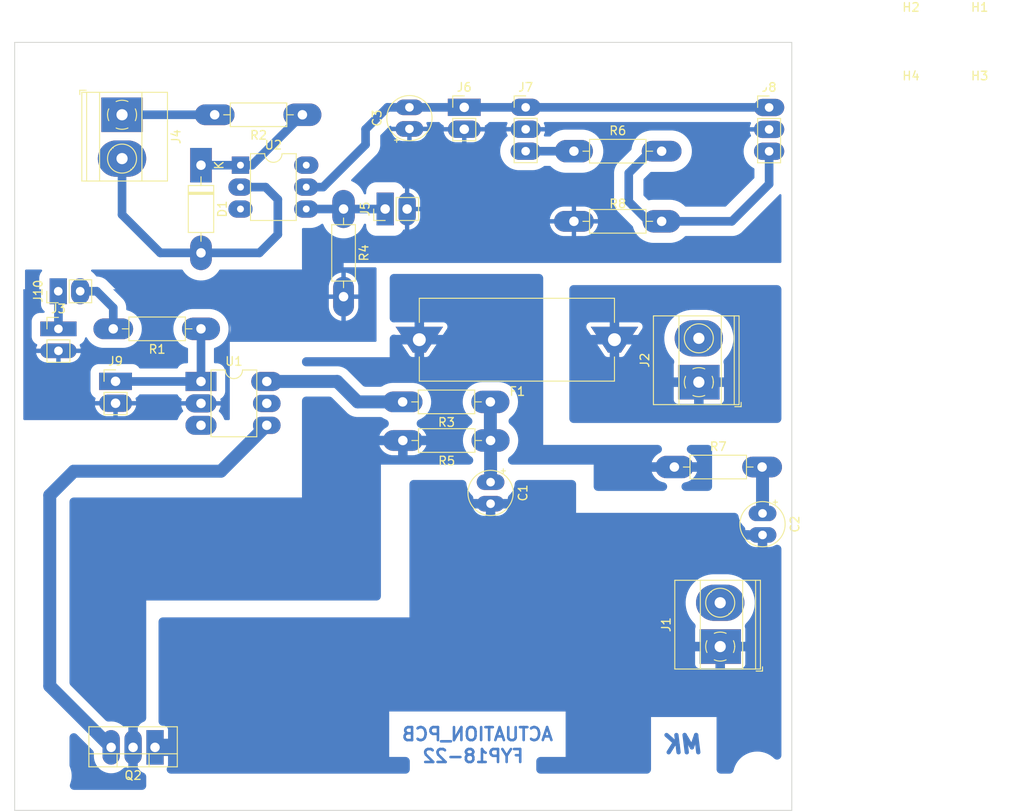
<source format=kicad_pcb>
(kicad_pcb (version 20211014) (generator pcbnew)
  (layers (0 "F.Cu" signal) (31 "B.Cu" signal) (34 "B.Paste" user) (35 "F.Paste" user) (36 "B.SilkS" user "B.Silkscreen") (37 "F.SilkS" user "F.Silkscreen") (38 "B.Mask" user) (39 "F.Mask" user) (44 "Edge.Cuts" user))
  (net 0 "")
  (net 1 "Net-(C1-Pad1)")
  (net 2 "Net-(C2-Pad1)")
  (net 3 "GND")
  (net 4 "+5V")
  (net 5 "Net-(D1-Pad1)")
  (net 6 "ZERO")
  (net 7 "ACLOADLIVE")
  (net 8 "FUSEDACLIVE")
  (net 9 "Net-(Q2-Pad3)")
  (net 10 "Net-(J9-Pad1)")
  (net 11 "PUMP")
  (net 12 "Net-(R3-Pad2)")
  (net 17 "ACLIVE")
  (net 18 "+9VACLIVE")
  (net 19 "+9VACNEUTRAL")
  (net 22 "FLOW")
  (net 23 "SFLOW")
  (net 24 "DPUMP")
  (footprint "UserLibrary:PinHeader_1x02_P2.54mm_Vertical" (layer "F.Cu") (at 153.919 66.294 90)
    (fp_text reference "J5" (at 0 -2.33 90) (layer "F.SilkS"))
    (fp_text value "Conn_01x02_Male")
    (fp_line (start -1.33 -1.33) (end 0 -1.33) (layer "F.SilkS") (width 0.12))
    (fp_line (start 1.33 1.27) (end 1.33 3.87) (layer "F.SilkS") (width 0.12))
    (fp_line (start -1.33 3.87) (end 1.33 3.87) (layer "F.SilkS") (width 0.12))
    (fp_line (start -1.33 1.27) (end -1.33 3.87) (layer "F.SilkS") (width 0.12))
    (fp_line (start -1.33 1.27) (end 1.33 1.27) (layer "F.SilkS") (width 0.12))
    (fp_line (start -1.33 0) (end -1.33 -1.33) (layer "F.SilkS") (width 0.12))
    (pad "1" thru_hole rect (at 0 0 90) (size 3.8 2) (drill 1.1) (layers *.Cu *.Mask) (net 6 "ZERO"))
    (pad "2" thru_hole oval (at 0 2.54 90) (size 3.8 2) (drill 1.1) (layers *.Cu *.Mask) (net 3 "GND"))
  )
  (footprint "UserLibrary:PinHeader_1x03_P2.54mm_Vertical" (layer "F.Cu") (at 198.3834 54.527)
    (fp_text reference "J8" (at 0 -2.33) (layer "F.SilkS"))
    (fp_text value "Conn_01x03_Male")
    (fp_line (start -1.33 0) (end -1.33 -1.33) (layer "F.SilkS") (width 0.12))
    (fp_line (start -1.33 -1.33) (end 0 -1.33) (layer "F.SilkS") (width 0.12))
    (fp_line (start -1.33 1.27) (end -1.33 6.41) (layer "F.SilkS") (width 0.12))
    (fp_line (start -1.33 1.27) (end 1.33 1.27) (layer "F.SilkS") (width 0.12))
    (fp_line (start -1.33 6.41) (end 1.33 6.41) (layer "F.SilkS") (width 0.12))
    (fp_line (start 1.33 1.27) (end 1.33 6.41) (layer "F.SilkS") (width 0.12))
    (pad "1" thru_hole oval (at 0 0) (size 3.5 2) (drill 1) (layers *.Cu *.Mask) (net 4 "+5V"))
    (pad "2" thru_hole oval (at 0 2.54) (size 3.5 2) (drill 1) (layers *.Cu *.Mask) (net 3 "GND"))
    (pad "3" thru_hole oval (at 0 5.08) (size 3.5 2) (drill 1) (layers *.Cu *.Mask) (net 23 "SFLOW"))
  )
  (footprint "UserLibrary:TO-220-3_Vertical" (layer "F.Cu") (at 127.2634 127.664 180)
    (fp_text reference "Q2" (at 2.54 -4.27 180) (layer "F.SilkS"))
    (fp_text value "BT139")
    (fp_line (start -2.58 -1.76) (end 7.66 -1.76) (layer "F.SilkS") (width 0.12))
    (fp_line (start 7.66 -3.27) (end 7.66 1.371) (layer "F.SilkS") (width 0.12))
    (fp_line (start 0.69 -3.27) (end 0.69 -1.76) (layer "F.SilkS") (width 0.12))
    (fp_line (start -2.58 -3.27) (end 7.66 -3.27) (layer "F.SilkS") (width 0.12))
    (fp_line (start -2.58 1.371) (end 7.66 1.371) (layer "F.SilkS") (width 0.12))
    (fp_line (start 4.391 -3.27) (end 4.391 -1.76) (layer "F.SilkS") (width 0.12))
    (fp_line (start -2.58 -3.27) (end -2.58 1.371) (layer "F.SilkS") (width 0.12))
    (pad "1" thru_hole rect (at 0 -1.016 180) (size 2 4) (drill 1.1) (layers *.Cu *.Mask) (net 7 "ACLOADLIVE"))
    (pad "2" thru_hole oval (at 2.54 -1.016 180) (size 2 4) (drill 1.1) (layers *.Cu *.Mask) (net 8 "FUSEDACLIVE"))
    (pad "3" thru_hole oval (at 5.08 -1.016 180) (size 2 4) (drill 1.1) (layers *.Cu *.Mask) (net 9 "Net-(Q2-Pad3)"))
  )
  (footprint "MountingHole:MountingHole_3.2mm_M3" (layer "F.Cu") (at 214.8174 47.1206)
    (fp_text reference "H2" (at 0 -4.2) (layer "F.SilkS"))
    (fp_text value "MountingHole")
    (pad "" np_thru_hole circle (at -17.81 3.8492) (size 3.2 3.2) (drill 3.2) (layers F&B.Cu *.Mask))
  )
  (footprint "UserLibrary:R_Axial_DIN0207_L6.3mm_D2.5mm_P10.16mm_Horizontal" (layer "F.Cu") (at 132.588 80.181 180)
    (fp_text reference "R1" (at 5.08 -2.37) (layer "F.SilkS"))
    (fp_text value "330")
    (fp_line (start 1.81 -1.37) (end 1.81 1.37) (layer "F.SilkS") (width 0.12))
    (fp_line (start 9.12 0) (end 8.35 0) (layer "F.SilkS") (width 0.12))
    (fp_line (start 1.81 1.37) (end 8.35 1.37) (layer "F.SilkS") (width 0.12))
    (fp_line (start 8.35 -1.37) (end 1.81 -1.37) (layer "F.SilkS") (width 0.12))
    (fp_line (start 8.35 1.37) (end 8.35 -1.37) (layer "F.SilkS") (width 0.12))
    (fp_line (start 1.04 0) (end 1.81 0) (layer "F.SilkS") (width 0.12))
    (pad "1" thru_hole oval (at 0 0 180) (size 4.4 2.6) (drill 1.1) (layers *.Cu *.Mask) (net 10 "Net-(J9-Pad1)"))
    (pad "2" thru_hole oval (at 10.16 0 180) (size 4.6 2.4) (drill 1.1) (layers *.Cu *.Mask) (net 24 "DPUMP"))
  )
  (footprint "UserLibrary:PinHeader_1x02_P2.54mm_Vertical" (layer "F.Cu") (at 163.0774 54.512)
    (fp_text reference "J6" (at 0 -2.33) (layer "F.SilkS"))
    (fp_text value "Conn_01x02_Male")
    (fp_line (start -1.33 1.27) (end -1.33 3.87) (layer "F.SilkS") (width 0.12))
    (fp_line (start -1.33 -1.33) (end 0 -1.33) (layer "F.SilkS") (width 0.12))
    (fp_line (start -1.33 1.27) (end 1.33 1.27) (layer "F.SilkS") (width 0.12))
    (fp_line (start -1.33 3.87) (end 1.33 3.87) (layer "F.SilkS") (width 0.12))
    (fp_line (start 1.33 1.27) (end 1.33 3.87) (layer "F.SilkS") (width 0.12))
    (fp_line (start -1.33 0) (end -1.33 -1.33) (layer "F.SilkS") (width 0.12))
    (pad "1" thru_hole rect (at 0 0) (size 3.8 2) (drill 1.1) (layers *.Cu *.Mask) (net 4 "+5V"))
    (pad "2" thru_hole oval (at 0 2.54) (size 3.8 2) (drill 1.1) (layers *.Cu *.Mask) (net 3 "GND"))
  )
  (footprint "MountingHole:MountingHole_3.2mm_M3" (layer "F.Cu") (at 214.8174 55.0706)
    (fp_text reference "H4" (at 0 -4.2) (layer "F.SilkS"))
    (fp_text value "MountingHole")
    (pad "" np_thru_hole circle (at -99.81 76.8992) (size 3.2 3.2) (drill 3.2) (layers F&B.Cu *.Mask))
  )
  (footprint "UserLibrary:TerminalBlock_Phoenix_MKDS-1,5-2-5.08_1x02_P5.08mm_Horizontal" (layer "F.Cu") (at 192.7194 117.001 90)
    (fp_text reference "J1" (at 2.54 -6.26 90) (layer "F.SilkS"))
    (fp_text value "Screw_Terminal_01x02")
    (fp_line (start -2.84 4.16) (end -2.84 4.9) (layer "F.SilkS") (width 0.12))
    (fp_line (start -2.6 4.66) (end 7.68 4.66) (layer "F.SilkS") (width 0.12))
    (fp_line (start -2.6 2.6) (end 7.68 2.6) (layer "F.SilkS") (width 0.12))
    (fp_line (start 6.355 -1.069) (end 6.308 -1.023) (layer "F.SilkS") (width 0.12))
    (fp_line (start -2.6 -2.301) (end 7.68 -2.301) (layer "F.SilkS") (width 0.12))
    (fp_line (start 4.046 1.239) (end 4.011 1.274) (layer "F.SilkS") (width 0.12))
    (fp_line (start 7.68 -5.261) (end 7.68 4.66) (layer "F.SilkS") (width 0.12))
    (fp_line (start -2.6 -5.261) (end -2.6 4.66) (layer "F.SilkS") (width 0.12))
    (fp_line (start -2.6 -5.261) (end 7.68 -5.261) (layer "F.SilkS") (width 0.12))
    (fp_line (start -2.84 4.9) (end -2.34 4.9) (layer "F.SilkS") (width 0.12))
    (fp_line (start 3.853 1.023) (end 3.806 1.069) (layer "F.SilkS") (width 0.12))
    (fp_line (start 6.15 -1.275) (end 6.115 -1.239) (layer "F.SilkS") (width 0.12))
    (fp_line (start -2.6 4.1) (end 7.68 4.1) (layer "F.SilkS") (width 0.12))
    (fp_arc (start 0.683318 1.534756) (mid 0.349292 1.643288) (end 0 1.68) (layer "F.SilkS") (width 0.12))
    (fp_arc (start 1.535427 -0.683042) (mid 1.680501 0.000524) (end 1.535 0.684) (layer "F.SilkS") (width 0.12))
    (fp_arc (start -0.683042 -1.535427) (mid 0.000524 -1.680501) (end 0.684 -1.535) (layer "F.SilkS") (width 0.12))
    (fp_arc (start 0.028805 1.680253) (mid -0.335551 1.646659) (end -0.684 1.535) (layer "F.SilkS") (width 0.12))
    (fp_arc (start -1.535427 0.683042) (mid -1.680501 -0.000524) (end -1.535 -0.684) (layer "F.SilkS") (width 0.12))
    (fp_circle (center 5.08 0) (end 6.76 0) (layer "F.SilkS") (width 0.12) (fill none))
    (pad "1" thru_hole rect (at 0 0 90) (size 4 4.8) (drill 1.3) (layers *.Cu *.Mask) (net 7 "ACLOADLIVE"))
    (pad "2" thru_hole oval (at 5.08 0 90) (size 4.2 5.6) (drill 1.3) (layers *.Cu *.Mask))
  )
  (footprint "UserLibrary:PinHeader_1x03_P2.54mm_Vertical" (layer "F.Cu") (at 170.1894 54.512)
    (fp_text reference "J7" (at 0 -2.33) (layer "F.SilkS"))
    (fp_text value "Conn_01x03_Male")
    (fp_line (start -1.33 1.27) (end 1.33 1.27) (layer "F.SilkS") (width 0.12))
    (fp_line (start -1.33 1.27) (end -1.33 6.41) (layer "F.SilkS") (width 0.12))
    (fp_line (start -1.33 0) (end -1.33 -1.33) (layer "F.SilkS") (width 0.12))
    (fp_line (start 1.33 1.27) (end 1.33 6.41) (layer "F.SilkS") (width 0.12))
    (fp_line (start -1.33 -1.33) (end 0 -1.33) (layer "F.SilkS") (width 0.12))
    (fp_line (start -1.33 6.41) (end 1.33 6.41) (layer "F.SilkS") (width 0.12))
    (pad "1" thru_hole oval (at 0 0) (size 3.5 2) (drill 1) (layers *.Cu *.Mask) (net 4 "+5V"))
    (pad "2" thru_hole oval (at 0 2.54) (size 3.5 2) (drill 1) (layers *.Cu *.Mask) (net 3 "GND"))
    (pad "3" thru_hole oval (at 0 5.08) (size 3.5 2) (drill 1) (layers *.Cu *.Mask) (net 22 "FLOW"))
  )
  (footprint "UserLibrary:CP_Radial_D5.0mm_P2.50mm" (layer "F.Cu") (at 197.6214 101.566888 -90)
    (fp_text reference "C2" (at 1.25 -3.75 -90) (layer "F.SilkS"))
    (fp_text value "10n")
    (fp_line (start -1.304775 -1.725) (end -1.304775 -1.225) (layer "F.SilkS") (width 0.12))
    (fp_line (start -1.554775 -1.475) (end -1.054775 -1.475) (layer "F.SilkS") (width 0.12))
    (fp_circle (center 1.25 0) (end 3.87 0) (layer "F.SilkS") (width 0.12) (fill none))
    (pad "1" thru_hole oval (at 0 0 270) (size 1.8 3.2) (drill 1) (layers *.Cu *.Mask) (net 2 "Net-(C2-Pad1)"))
    (pad "2" thru_hole oval (at 2.5 0 270) (size 1.8 3.2) (drill 1) (layers *.Cu *.Mask) (net 7 "ACLOADLIVE"))
  )
  (footprint "UserLibrary:TerminalBlock_Phoenix_MKDS-1,5-2-5.08_1x02_P5.08mm_Horizontal" (layer "F.Cu") (at 123.444 55.372 -90)
    (fp_text reference "J4" (at 2.54 -6.26 90) (layer "F.SilkS"))
    (fp_text value "Screw_Terminal_01x02")
    (fp_line (start -2.6 -2.301) (end 7.68 -2.301) (layer "F.SilkS") (width 0.12))
    (fp_line (start 6.355 -1.069) (end 6.308 -1.023) (layer "F.SilkS") (width 0.12))
    (fp_line (start -2.6 4.1) (end 7.68 4.1) (layer "F.SilkS") (width 0.12))
    (fp_line (start -2.6 2.6) (end 7.68 2.6) (layer "F.SilkS") (width 0.12))
    (fp_line (start 4.046 1.239) (end 4.011 1.274) (layer "F.SilkS") (width 0.12))
    (fp_line (start 3.853 1.023) (end 3.806 1.069) (layer "F.SilkS") (width 0.12))
    (fp_line (start -2.6 4.66) (end 7.68 4.66) (layer "F.SilkS") (width 0.12))
    (fp_line (start 7.68 -5.261) (end 7.68 4.66) (layer "F.SilkS") (width 0.12))
    (fp_line (start -2.6 -5.261) (end 7.68 -5.261) (layer "F.SilkS") (width 0.12))
    (fp_line (start 6.15 -1.275) (end 6.115 -1.239) (layer "F.SilkS") (width 0.12))
    (fp_line (start -2.84 4.16) (end -2.84 4.9) (layer "F.SilkS") (width 0.12))
    (fp_line (start -2.84 4.9) (end -2.34 4.9) (layer "F.SilkS") (width 0.12))
    (fp_line (start -2.6 -5.261) (end -2.6 4.66) (layer "F.SilkS") (width 0.12))
    (fp_arc (start 0.028805 1.680253) (mid -0.335551 1.646659) (end -0.684 1.535) (layer "F.SilkS") (width 0.12))
    (fp_arc (start 0.683318 1.534756) (mid 0.349292 1.643288) (end 0 1.68) (layer "F.SilkS") (width 0.12))
    (fp_arc (start -1.535427 0.683042) (mid -1.680501 -0.000524) (end -1.535 -0.684) (layer "F.SilkS") (width 0.12))
    (fp_arc (start -0.683042 -1.535427) (mid 0.000524 -1.680501) (end 0.684 -1.535) (layer "F.SilkS") (width 0.12))
    (fp_arc (start 1.535427 -0.683042) (mid 1.680501 0.000524) (end 1.535 0.684) (layer "F.SilkS") (width 0.12))
    (fp_circle (center 5.08 0) (end 6.76 0) (layer "F.SilkS") (width 0.12) (fill none))
    (pad "1" thru_hole rect (at 0 0 270) (size 4 4.8) (drill 1.3) (layers *.Cu *.Mask) (net 18 "+9VACLIVE"))
    (pad "2" thru_hole oval (at 5.08 0 270) (size 4.2 5.6) (drill 1.3) (layers *.Cu *.Mask) (net 19 "+9VACNEUTRAL"))
  )
  (footprint "Connector_PinHeader_2.54mm:PinHeader_1x02_P2.54mm_Vertical" (layer "F.Cu") (at 116.057 75.8226 90)
    (fp_text reference "J10" (at 0 -2.33 90) (layer "F.SilkS"))
    (fp_text value "Conn_01x02_Male")
    (fp_line (start -1.33 3.87) (end 1.33 3.87) (layer "F.SilkS") (width 0.12))
    (fp_line (start -1.33 1.27) (end -1.33 3.87) (layer "F.SilkS") (width 0.12))
    (fp_line (start -1.33 1.27) (end 1.33 1.27) (layer "F.SilkS") (width 0.12))
    (fp_line (start 1.33 1.27) (end 1.33 3.87) (layer "F.SilkS") (width 0.12))
    (fp_line (start -1.33 0) (end -1.33 -1.33) (layer "F.SilkS") (width 0.12))
    (fp_line (start -1.33 -1.33) (end 0 -1.33) (layer "F.SilkS") (width 0.12))
    (pad "1" thru_hole rect (at 0 0 90) (size 3 2) (drill 1) (layers *.Cu *.Mask) (net 11 "PUMP"))
    (pad "2" thru_hole oval (at 0 2.54 90) (size 3 2.1) (drill 1) (layers *.Cu *.Mask) (net 24 "DPUMP"))
  )
  (footprint "UserLibrary:R_Axial_DIN0207_L6.3mm_D2.5mm_P10.16mm_Horizontal" (layer "F.Cu") (at 185.9374 67.72 180)
    (fp_text reference "R8" (at 5.08 2.032) (layer "F.SilkS"))
    (fp_text value "1k")
    (fp_line (start 1.81 -1.37) (end 1.81 1.37) (layer "F.SilkS") (width 0.12))
    (fp_line (start 9.12 0) (end 8.35 0) (layer "F.SilkS") (width 0.12))
    (fp_line (start 8.35 1.37) (end 8.35 -1.37) (layer "F.SilkS") (width 0.12))
    (fp_line (start 1.04 0) (end 1.81 0) (layer "F.SilkS") (width 0.12))
    (fp_line (start 1.81 1.37) (end 8.35 1.37) (layer "F.SilkS") (width 0.12))
    (fp_line (start 8.35 -1.37) (end 1.81 -1.37) (layer "F.SilkS") (width 0.12))
    (pad "1" thru_hole oval (at 0 0 180) (size 4.4 2.6) (drill 1.1) (layers *.Cu *.Mask) (net 23 "SFLOW"))
    (pad "2" thru_hole oval (at 10.16 0 180) (size 4.6 2.4) (drill 1.1) (layers *.Cu *.Mask) (net 3 "GND"))
  )
  (footprint "UserLibrary:PinHeader_1x02_P2.54mm_Vertical" (layer "F.Cu") (at 122.6914 86.262)
    (fp_text reference "J9" (at 0 -2.33) (layer "F.SilkS"))
    (fp_text value "Conn_01x02_Male")
    (fp_line (start 1.33 1.27) (end 1.33 3.87) (layer "F.SilkS") (width 0.12))
    (fp_line (start -1.33 0) (end -1.33 -1.33) (layer "F.SilkS") (width 0.12))
    (fp_line (start -1.33 -1.33) (end 0 -1.33) (layer "F.SilkS") (width 0.12))
    (fp_line (start -1.33 3.87) (end 1.33 3.87) (layer "F.SilkS") (width 0.12))
    (fp_line (start -1.33 1.27) (end 1.33 1.27) (layer "F.SilkS") (width 0.12))
    (fp_line (start -1.33 1.27) (end -1.33 3.87) (layer "F.SilkS") (width 0.12))
    (pad "1" thru_hole rect (at 0 0) (size 3.8 2) (drill 1.1) (layers *.Cu *.Mask) (net 10 "Net-(J9-Pad1)"))
    (pad "2" thru_hole oval (at 0 2.54) (size 3.8 2) (drill 1.1) (layers *.Cu *.Mask) (net 3 "GND"))
  )
  (footprint "UserLibrary:Fuseholder_Cylinder-5x20mm_Stelvio-Kontek_PTF78_Horizontal_Open" (layer "F.Cu") (at 180.4734 81.436 180)
    (fp_text reference "F1" (at 11.25 -6 180) (layer "F.SilkS"))
    (fp_text value "Fuse")
    (fp_line (start 0 4.8) (end 22.6 4.8) (layer "F.SilkS") (width 0.12))
    (fp_line (start 22.6 4.8) (end 22.6 2) (layer "F.SilkS") (width 0.12))
    (fp_line (start 0 -2) (end 0 -4.8) (layer "F.SilkS") (width 0.12))
    (fp_line (start 0 4.8) (end 0 2) (layer "F.SilkS") (width 0.12))
    (fp_line (start 22.6 -2) (end 22.6 -4.8) (layer "F.SilkS") (width 0.12))
    (fp_line (start 0 -4.8) (end 22.6 -4.8) (layer "F.SilkS") (width 0.12))
    (pad "1" thru_hole trapezoid (at 0 0 180) (size 3.5 3) (rect_delta 0 2) (drill 1.5) (layers *.Cu *.Mask) (net 17 "ACLIVE"))
    (pad "2" thru_hole trapezoid (at 22.6 0 180) (size 3.5 3) (rect_delta 0 2) (drill 1.5) (layers *.Cu *.Mask) (net 8 "FUSEDACLIVE"))
  )
  (footprint "UserLibrary:D_DO-41_SOD81_P10.16mm_Horizontal" (layer "F.Cu") (at 132.588 61.214 -90)
    (fp_text reference "D1" (at 5.08 -2.47 -90) (layer "F.SilkS"))
    (fp_text value "1N4007")
    (fp_text user "K" (at 0 -2.1 -90) (layer "F.SilkS"))
    (fp_line (start 8.82 0) (end 7.8 0) (layer "F.SilkS") (width 0.12))
    (fp_line (start 3.14 -1.47) (end 3.14 1.47) (layer "F.SilkS") (width 0.12))
    (fp_line (start 3.38 -1.47) (end 3.38 1.47) (layer "F.SilkS") (width 0.12))
    (fp_line (start 3.26 -1.47) (end 3.26 1.47) (layer "F.SilkS") (width 0.12))
    (fp_line (start 7.8 -1.47) (end 2.36 -1.47) (layer "F.SilkS") (width 0.12))
    (fp_line (start 7.8 1.47) (end 7.8 -1.47) (layer "F.SilkS") (width 0.12))
    (fp_line (start 2.36 -1.47) (end 2.36 1.47) (layer "F.SilkS") (width 0.12))
    (fp_line (start 2.36 1.47) (end 7.8 1.47) (layer "F.SilkS") (width 0.12))
    (fp_line (start 1.34 0) (end 2.36 0) (layer "F.SilkS") (width 0.12))
    (pad "1" thru_hole rect (at 0 0 270) (size 4 2.5) (drill 1.1) (layers *.Cu *.Mask) (net 5 "Net-(D1-Pad1)"))
    (pad "2" thru_hole oval (at 10.16 0 270) (size 4 2.5) (drill 1.1) (layers *.Cu *.Mask) (net 19 "+9VACNEUTRAL"))
  )
  (footprint "UserLibrary:R_Axial_DIN0207_L6.3mm_D2.5mm_P10.16mm_Horizontal" (layer "F.Cu") (at 175.7774 59.592)
    (fp_text reference "R6" (at 5.08 -2.37) (layer "F.SilkS"))
    (fp_text value "2k")
    (fp_line (start 1.81 1.37) (end 8.35 1.37) (layer "F.SilkS") (width 0.12))
    (fp_line (start 1.04 0) (end 1.81 0) (layer "F.SilkS") (width 0.12))
    (fp_line (start 8.35 1.37) (end 8.35 -1.37) (layer "F.SilkS") (width 0.12))
    (fp_line (start 8.35 -1.37) (end 1.81 -1.37) (layer "F.SilkS") (width 0.12))
    (fp_line (start 9.12 0) (end 8.35 0) (layer "F.SilkS") (width 0.12))
    (fp_line (start 1.81 -1.37) (end 1.81 1.37) (layer "F.SilkS") (width 0.12))
    (pad "1" thru_hole oval (at 0 0) (size 4.4 2.6) (drill 1.1) (layers *.Cu *.Mask) (net 22 "FLOW"))
    (pad "2" thru_hole oval (at 10.16 0) (size 4.6 2.4) (drill 1.1) (layers *.Cu *.Mask) (net 23 "SFLOW"))
  )
  (footprint "UserLibrary:R_Axial_DIN0207_L6.3mm_D2.5mm_P10.16mm_Horizontal" (layer "F.Cu") (at 187.4114 96.192888)
    (fp_text reference "R7" (at 5.08 -2.37) (layer "F.SilkS"))
    (fp_text value "39")
    (fp_line (start 8.35 -1.37) (end 1.81 -1.37) (layer "F.SilkS") (width 0.12))
    (fp_line (start 1.81 1.37) (end 8.35 1.37) (layer "F.SilkS") (width 0.12))
    (fp_line (start 9.12 0) (end 8.35 0) (layer "F.SilkS") (width 0.12))
    (fp_line (start 8.35 1.37) (end 8.35 -1.37) (layer "F.SilkS") (width 0.12))
    (fp_line (start 1.81 -1.37) (end 1.81 1.37) (layer "F.SilkS") (width 0.12))
    (fp_line (start 1.04 0) (end 1.81 0) (layer "F.SilkS") (width 0.12))
    (pad "1" thru_hole oval (at 0 0) (size 4.4 2.6) (drill 1.1) (layers *.Cu *.Mask) (net 8 "FUSEDACLIVE"))
    (pad "2" thru_hole oval (at 10.16 0) (size 4.6 2.4) (drill 1.1) (layers *.Cu *.Mask) (net 2 "Net-(C2-Pad1)"))
  )
  (footprint "UserLibrary:DIP-6_W7.62mm" (layer "F.Cu") (at 132.588 86.277)
    (fp_text reference "U1" (at 3.81 -2.33) (layer "F.SilkS"))
    (fp_text value "MOC3021M")
    (fp_line (start 6.46 -1.33) (end 4.81 -1.33) (layer "F.SilkS") (width 0.12))
    (fp_line (start 2.81 -1.33) (end 1.16 -1.33) (layer "F.SilkS") (width 0.12))
    (fp_line (start 1.16 6.41) (end 6.46 6.41) (layer "F.SilkS") (width 0.12))
    (fp_line (start 1.16 -1.33) (end 1.16 6.41) (layer "F.SilkS") (width 0.12))
    (fp_line (start 6.46 6.41) (end 6.46 -1.33) (layer "F.SilkS") (width 0.12))
    (fp_arc (start 4.81 -1.33) (mid 3.81 -0.33) (end 2.81 -1.33) (layer "F.SilkS") (width 0.12))
    (pad "1" thru_hole rect (at 0 0) (size 3.6 2.2) (drill 1.1) (layers *.Cu *.Mask) (net 10 "Net-(J9-Pad1)"))
    (pad "2" thru_hole oval (at 0 2.54) (size 3.6 2.1) (drill 1.1) (layers *.Cu *.Mask) (net 3 "GND"))
    (pad "3" thru_hole oval (at 0 5.08) (size 3.6 2.2) (drill 1.1) (layers *.Cu *.Mask))
    (pad "4" thru_hole oval (at 7.62 5.08) (size 3.2 2) (drill 1.1) (layers *.Cu *.Mask) (net 9 "Net-(Q2-Pad3)"))
    (pad "5" thru_hole oval (at 7.62 2.54) (size 3.2 2) (drill 1.1) (layers *.Cu *.Mask))
    (pad "6" thru_hole oval (at 7.62 0) (size 3.6 2.2) (drill 1.1) (layers *.Cu *.Mask) (net 12 "Net-(R3-Pad2)"))
  )
  (footprint "UserLibrary:R_Axial_DIN0207_L6.3mm_D2.5mm_P10.16mm_Horizontal" (layer "F.Cu") (at 149.098 66.294 -90)
    (fp_text reference "R4" (at 5.08 -2.37 90) (layer "F.SilkS"))
    (fp_text value "330")
    (fp_line (start 9.12 0) (end 8.35 0) (layer "F.SilkS") (width 0.12))
    (fp_line (start 8.35 1.37) (end 8.35 -1.37) (layer "F.SilkS") (width 0.12))
    (fp_line (start 1.81 -1.37) (end 1.81 1.37) (layer "F.SilkS") (width 0.12))
    (fp_line (start 8.35 -1.37) (end 1.81 -1.37) (layer "F.SilkS") (width 0.12))
    (fp_line (start 1.81 1.37) (end 8.35 1.37) (layer "F.SilkS") (width 0.12))
    (fp_line (start 1.04 0) (end 1.81 0) (layer "F.SilkS") (width 0.12))
    (pad "1" thru_hole oval (at 0 0 270) (size 4.4 2.6) (drill 1.1) (layers *.Cu *.Mask) (net 6 "ZERO"))
    (pad "2" thru_hole oval (at 10.16 0 270) (size 4.6 2.4) (drill 1.1) (layers *.Cu *.Mask) (net 3 "GND"))
  )
  (footprint "UserLibrary:R_Axial_DIN0207_L6.3mm_D2.5mm_P10.16mm_Horizontal" (layer "F.Cu") (at 166.101113 88.646 180)
    (fp_text reference "R3" (at 5.08 -2.37) (layer "F.SilkS"))
    (fp_text value "360")
    (fp_line (start 8.35 1.37) (end 8.35 -1.37) (layer "F.SilkS") (width 0.12))
    (fp_line (start 8.35 -1.37) (end 1.81 -1.37) (layer "F.SilkS") (width 0.12))
    (fp_line (start 1.81 -1.37) (end 1.81 1.37) (layer "F.SilkS") (width 0.12))
    (fp_line (start 9.12 0) (end 8.35 0) (layer "F.SilkS") (width 0.12))
    (fp_line (start 1.81 1.37) (end 8.35 1.37) (layer "F.SilkS") (width 0.12))
    (fp_line (start 1.04 0) (end 1.81 0) (layer "F.SilkS") (width 0.12))
    (pad "1" thru_hole oval (at 0 0 180) (size 4.4 2.6) (drill 1.1) (layers *.Cu *.Mask) (net 1 "Net-(C1-Pad1)"))
    (pad "2" thru_hole oval (at 10.16 0 180) (size 4.6 2.4) (drill 1.1) (layers *.Cu *.Mask) (net 12 "Net-(R3-Pad2)"))
  )
  (footprint "MountingHole:MountingHole_3.2mm_M3" (layer "F.Cu") (at 222.7674 47.1206)
    (fp_text reference "H1" (at 0 -4.2) (layer "F.SilkS"))
    (fp_text value "MountingHole")
    (pad "" np_thru_hole circle (at -25.76 84.8492) (size 3.2 3.2) (drill 3.2) (layers F&B.Cu *.Mask))
  )
  (footprint "UserLibrary:DIP-6_W7.62mm" (layer "F.Cu") (at 137.16 61.214)
    (fp_text reference "U2" (at 3.81 -2.33) (layer "F.SilkS"))
    (fp_text value "4N35")
    (fp_line (start 6.46 6.41) (end 6.46 -1.33) (layer "F.SilkS") (width 0.12))
    (fp_line (start 1.16 -1.33) (end 1.16 6.41) (layer "F.SilkS") (width 0.12))
    (fp_line (start 6.46 -1.33) (end 4.81 -1.33) (layer "F.SilkS") (width 0.12))
    (fp_line (start 1.16 6.41) (end 6.46 6.41) (layer "F.SilkS") (width 0.12))
    (fp_line (start 2.81 -1.33) (end 1.16 -1.33) (layer "F.SilkS") (width 0.12))
    (fp_arc (start 4.81 -1.33) (mid 3.81 -0.33) (end 2.81 -1.33) (layer "F.SilkS") (width 0.12))
    (pad "1" thru_hole rect (at 0 0) (size 2 2) (drill 0.8) (layers *.Cu *.Mask) (net 5 "Net-(D1-Pad1)"))
    (pad "2" thru_hole oval (at 0 2.54) (size 2.8 2) (drill 0.8) (layers *.Cu *.Mask) (net 19 "+9VACNEUTRAL"))
    (pad "3" thru_hole oval (at 0 5.08) (size 2.8 2) (drill 0.8) (layers *.Cu *.Mask))
    (pad "4" thru_hole oval (at 7.62 5.08) (size 2.8 2) (drill 0.8) (layers *.Cu *.Mask) (net 6 "ZERO"))
    (pad "5" thru_hole oval (at 7.62 2.54) (size 2.8 2) (drill 0.8) (layers *.Cu *.Mask) (net 4 "+5V"))
    (pad "6" thru_hole oval (at 7.62 0) (size 2.8 2) (drill 0.8) (layers *.Cu *.Mask))
  )
  (footprint "UserLibrary:CP_Radial_D5.0mm_P2.50mm" (layer "F.Cu") (at 166.1254 97.946 -90)
    (fp_text reference "C1" (at 1.25 -3.75 90) (layer "F.SilkS"))
    (fp_text value "47n")
    (fp_line (start -1.554775 -1.475) (end -1.054775 -1.475) (layer "F.SilkS") (width 0.12))
    (fp_line (start -1.304775 -1.725) (end -1.304775 -1.225) (layer "F.SilkS") (width 0.12))
    (fp_circle (center 1.25 0) (end 3.87 0) (layer "F.SilkS") (width 0.12) (fill none))
    (pad "1" thru_hole oval (at 0 0 270) (size 1.8 3.2) (drill 1) (layers *.Cu *.Mask) (net 1 "Net-(C1-Pad1)"))
    (pad "2" thru_hole oval (at 2.5 0 270) (size 1.8 3.2) (drill 1) (layers *.Cu *.Mask) (net 7 "ACLOADLIVE"))
  )
  (footprint "UserLibrary:TerminalBlock_Phoenix_MKDS-1,5-2-5.08_1x02_P5.08mm_Horizontal" (layer "F.Cu") (at 190.246 86.36 90)
    (fp_text reference "J2" (at 2.54 -6.26 90) (layer "F.SilkS"))
    (fp_text value "Screw_Terminal_01x02")
    (fp_line (start 6.15 -1.275) (end 6.115 -1.239) (layer "F.SilkS") (width 0.12))
    (fp_line (start -2.6 -2.301) (end 7.68 -2.301) (layer "F.SilkS") (width 0.12))
    (fp_line (start 3.853 1.023) (end 3.806 1.069) (layer "F.SilkS") (width 0.12))
    (fp_line (start -2.6 -5.261) (end -2.6 4.66) (layer "F.SilkS") (width 0.12))
    (fp_line (start -2.6 4.66) (end 7.68 4.66) (layer "F.SilkS") (width 0.12))
    (fp_line (start -2.84 4.9) (end -2.34 4.9) (layer "F.SilkS") (width 0.12))
    (fp_line (start 7.68 -5.261) (end 7.68 4.66) (layer "F.SilkS") (width 0.12))
    (fp_line (start -2.84 4.16) (end -2.84 4.9) (layer "F.SilkS") (width 0.12))
    (fp_line (start 4.046 1.239) (end 4.011 1.274) (layer "F.SilkS") (width 0.12))
    (fp_line (start -2.6 -5.261) (end 7.68 -5.261) (layer "F.SilkS") (width 0.12))
    (fp_line (start -2.6 4.1) (end 7.68 4.1) (layer "F.SilkS") (width 0.12))
    (fp_line (start -2.6 2.6) (end 7.68 2.6) (layer "F.SilkS") (width 0.12))
    (fp_line (start 6.355 -1.069) (end 6.308 -1.023) (layer "F.SilkS") (width 0.12))
    (fp_arc (start -1.535427 0.683042) (mid -1.680501 -0.000524) (end -1.535 -0.684) (layer "F.SilkS") (width 0.12))
    (fp_arc (start 0.028805 1.680253) (mid -0.335551 1.646659) (end -0.684 1.535) (layer "F.SilkS") (width 0.12))
    (fp_arc (start -0.683042 -1.535427) (mid 0.000524 -1.680501) (end 0.684 -1.535) (layer "F.SilkS") (width 0.12))
    (fp_arc (start 1.535427 -0.683042) (mid 1.680501 0.000524) (end 1.535 0.684) (layer "F.SilkS") (width 0.12))
    (fp_arc (start 0.683318 1.534756) (mid 0.349292 1.643288) (end 0 1.68) (layer "F.SilkS") (width 0.12))
    (fp_circle (center 5.08 0) (end 6.76 0) (layer "F.SilkS") (width 0.12) (fill none))
    (pad "1" thru_hole rect (at 0 0 90) (size 4 4.8) (drill 1.3) (layers *.Cu *.Mask) (net 17 "ACLIVE"))
    (pad "2" thru_hole oval (at 5.08 0 90) (size 4.2 5.6) (drill 1.3) (layers *.Cu *.Mask))
  )
  (footprint "UserLibrary:R_Axial_DIN0207_L6.3mm_D2.5mm_P10.16mm_Horizontal" (layer "F.Cu") (at 166.1254 93.12 180)
    (fp_text reference "R5" (at 5.08 -2.37) (layer "F.SilkS"))
    (fp_text value "470")
    (fp_line (start 1.81 -1.37) (end 1.81 1.37) (layer "F.SilkS") (width 0.12))
    (fp_line (start 1.04 0) (end 1.81 0) (layer "F.SilkS") (width 0.12))
    (fp_line (start 1.81 1.37) (end 8.35 1.37) (layer "F.SilkS") (width 0.12))
    (fp_line (start 8.35 -1.37) (end 1.81 -1.37) (layer "F.SilkS") (width 0.12))
    (fp_line (start 8.35 1.37) (end 8.35 -1.37) (layer "F.SilkS") (width 0.12))
    (fp_line (start 9.12 0) (end 8.35 0) (layer "F.SilkS") (width 0.12))
    (pad "1" thru_hole oval (at 0 0 180) (size 4.4 2.6) (drill 1.1) (layers *.Cu *.Mask) (net 1 "Net-(C1-Pad1)"))
    (pad "2" thru_hole oval (at 10.16 0 180) (size 4.6 2.4) (drill 1.1) (layers *.Cu *.Mask) (net 8 "FUSEDACLIVE"))
  )
  (footprint "MountingHole:MountingHole_3.2mm_M3" (layer "F.Cu") (at 222.7674 55.0706)
    (fp_text reference "H3" (at 0 -4.2) (layer "F.SilkS"))
    (fp_text value "MountingHole")
    (pad "" np_thru_hole circle (at -107.76 -4.1008) (size 3.2 3.2) (drill 3.2) (layers F&B.Cu *.Mask))
  )
  (footprint "Connector_PinHeader_2.54mm:PinHeader_1x02_P2.54mm_Vertical" (layer "F.Cu") (at 116.078 80.186)
    (fp_text reference "J3" (at 0 -2.33) (layer "F.SilkS"))
    (fp_text value "Conn_01x02_Male")
    (fp_line (start -1.33 1.27) (end -1.33 3.87) (layer "F.SilkS") (width 0.12))
    (fp_line (start -1.33 0) (end -1.33 -1.33) (layer "F.SilkS") (width 0.12))
    (fp_line (start -1.33 1.27) (end 1.33 1.27) (layer "F.SilkS") (width 0.12))
    (fp_line (start -1.33 3.87) (end 1.33 3.87) (layer "F.SilkS") (width 0.12))
    (fp_line (start -1.33 -1.33) (end 0 -1.33) (layer "F.SilkS") (width 0.12))
    (fp_line (start 1.33 1.27) (end 1.33 3.87) (layer "F.SilkS") (width 0.12))
    (pad "1" thru_hole rect (at 0 0) (size 4.2 1.7) (drill 1) (layers *.Cu *.Mask) (net 11 "PUMP"))
    (pad "2" thru_hole oval (at 0 2.54) (size 4.2 1.7) (drill 1) (layers *.Cu *.Mask) (net 3 "GND"))
  )
  (footprint "UserLibrary:R_Axial_DIN0207_L6.3mm_D2.5mm_P10.16mm_Horizontal" (layer "F.Cu") (at 144.3314 55.372 180)
    (fp_text reference "R2" (at 5.08 -2.37) (layer "F.SilkS"))
    (fp_text value "330")
    (fp_line (start 1.81 -1.37) (end 1.81 1.37) (layer "F.SilkS") (width 0.12))
    (fp_line (start 9.12 0) (end 8.35 0) (layer "F.SilkS") (width 0.12))
    (fp_line (start 1.81 1.37) (end 8.35 1.37) (layer "F.SilkS") (width 0.12))
    (fp_line (start 8.35 1.37) (end 8.35 -1.37) (layer "F.SilkS") (width 0.12))
    (fp_line (start 8.35 -1.37) (end 1.81 -1.37) (layer "F.SilkS") (width 0.12))
    (fp_line (start 1.04 0) (end 1.81 0) (layer "F.SilkS") (width 0.12))
    (pad "1" thru_hole oval (at 0 0 180) (size 4.4 2.6) (drill 1.1) (layers *.Cu *.Mask) (net 5 "Net-(D1-Pad1)"))
    (pad "2" thru_hole oval (at 10.16 0 180) (size 4.6 2.4) (drill 1.1) (layers *.Cu *.Mask) (net 18 "+9VACLIVE"))
  )
  (footprint "UserLibrary:CP_Radial_D5.0mm_P2.50mm" (layer "F.Cu") (at 156.7274 57.012 90)
    (fp_text reference "C3" (at 1.25 -3.75 90) (layer "F.SilkS"))
    (fp_text value "0.1u")
    (fp_line (start -1.304775 -1.725) (end -1.304775 -1.225) (layer "F.SilkS") (width 0.12))
    (fp_line (start -1.554775 -1.475) (end -1.054775 -1.475) (layer "F.SilkS") (width 0.12))
    (fp_circle (center 1.25 0) (end 3.87 0) (layer "F.SilkS") (width 0.12) (fill none))
    (pad "1" thru_hole oval (at 0 0 90) (size 1.8 3.2) (drill 1) (layers *.Cu *.Mask) (net 3 "GND"))
    (pad "2" thru_hole oval (at 2.5 0 90) (size 1.8 3.2) (drill 1) (layers *.Cu *.Mask) (net 4 "+5V"))
  )
  (gr_line (start 111.0074 46.982) (end 201.0074 46.982) (layer "Edge.Cuts") (width 0.1))
  (gr_line (start 201.0074 135.982) (end 111.0074 135.982) (layer "Edge.Cuts") (width 0.1))
  (gr_line (start 201.0074 46.982) (end 201.0074 135.982) (layer "Edge.Cuts") (width 0.1))
  (gr_line (start 111.0074 135.982) (end 111.0074 46.982) (layer "Edge.Cuts") (width 0.1))
  (gr_text "ACTUATION_PCB" (at 164.6014 127.156) (layer "B.Cu") (effects (font (size 1.5 1.5) (thickness 0.3)) (justify mirror)))
  (gr_text "FYP18-22" (at 164.0934 129.696) (layer "B.Cu") (effects (font (size 1.5 1.5) (thickness 0.3)) (justify mirror)))
  (gr_text "MK" (at 188.5028 128.3498) (layer "B.Cu") (effects (font (size 2 2) (thickness 0.5) italic) (justify mirror)))
  (segment (start 166.101113 88.646) (end 166.101113 93.095713) (width 1.5) (layer "B.Cu") (net 1))
  (segment (start 166.1254 93.12) (end 166.1254 97.946) (width 1.5) (layer "B.Cu") (net 1))
  (segment (start 166.101113 93.095713) (end 166.1254 93.12) (width 1.5) (layer "B.Cu") (net 1))
  (segment (start 197.6214 96.242888) (end 197.5714 96.192888) (width 1.5) (layer "B.Cu") (net 2))
  (segment (start 197.6214 101.566888) (end 197.6214 96.242888) (width 1.5) (layer "B.Cu") (net 2))
  (segment (start 198.3684 54.512) (end 198.3834 54.527) (width 1) (layer "B.Cu") (net 4))
  (segment (start 156.7274 54.512) (end 163.0774 54.512) (width 1) (layer "B.Cu") (net 4))
  (segment (start 154.1874 54.512) (end 156.7274 54.512) (width 1) (layer "B.Cu") (net 4))
  (segment (start 146.7234 63.754) (end 151.6474 58.83) (width 1) (layer "B.Cu") (net 4))
  (segment (start 144.78 63.754) (end 146.7234 63.754) (width 1) (layer "B.Cu") (net 4))
  (segment (start 151.6474 58.83) (end 151.6474 57.052) (width 1) (layer "B.Cu") (net 4))
  (segment (start 151.6474 57.052) (end 154.1874 54.512) (width 1) (layer "B.Cu") (net 4))
  (segment (start 170.1894 54.512) (end 198.3684 54.512) (width 1) (layer "B.Cu") (net 4))
  (segment (start 163.0774 54.512) (end 170.1894 54.512) (width 1) (layer "B.Cu") (net 4))
  (segment (start 137.16 61.214) (end 138.4894 61.214) (width 1) (layer "B.Cu") (net 5))
  (segment (start 137.16 61.214) (end 132.588 61.214) (width 1) (layer "B.Cu") (net 5))
  (segment (start 138.4894 61.214) (end 144.3314 55.372) (width 1) (layer "B.Cu") (net 5))
  (segment (start 149.098 66.294) (end 153.919 66.294) (width 1) (layer "B.Cu") (net 6))
  (segment (start 144.78 66.294) (end 149.098 66.294) (width 1) (layer "B.Cu") (net 6))
  (segment (start 129.5494 128.68) (end 129.5748 128.7054) (width 1) (layer "B.Cu") (net 7))
  (segment (start 127.5634 128.68) (end 129.5494 128.68) (width 2) (layer "B.Cu") (net 7))
  (segment (start 115.0714 121.568) (end 115.0714 99.47) (width 1.5) (layer "B.Cu") (net 9))
  (segment (start 115.0714 99.47) (end 117.8654 96.676) (width 1.5) (layer "B.Cu") (net 9))
  (segment (start 122.1834 128.68) (end 115.0714 121.568) (width 1.5) (layer "B.Cu") (net 9))
  (segment (start 134.889 96.676) (end 140.208 91.357) (width 1.5) (layer "B.Cu") (net 9))
  (segment (start 117.8654 96.676) (end 134.889 96.676) (width 1.5) (layer "B.Cu") (net 9))
  (segment (start 132.588 80.181) (end 132.588 86.277) (width 1) (layer "B.Cu") (net 10))
  (segment (start 122.7064 86.277) (end 122.6914 86.262) (width 1) (layer "B.Cu") (net 10))
  (segment (start 132.588 86.277) (end 122.7064 86.277) (width 1) (layer "B.Cu") (net 10))
  (segment (start 116.078 75.8436) (end 116.057 75.8226) (width 1) (layer "B.Cu") (net 11))
  (segment (start 116.078 80.186) (end 116.078 75.8436) (width 1) (layer "B.Cu") (net 11))
  (segment (start 148.3604 86.277) (end 150.7294 88.646) (width 1.5) (layer "B.Cu") (net 12))
  (segment (start 150.7294 88.646) (end 155.941113 88.646) (width 1.5) (layer "B.Cu") (net 12))
  (segment (start 140.208 86.277) (end 148.3604 86.277) (width 1.5) (layer "B.Cu") (net 12))
  (segment (start 123.444 55.372) (end 134.1714 55.372) (width 1) (layer "B.Cu") (net 18))
  (segment (start 140.0614 63.754) (end 141.4874 65.18) (width 1) (layer "B.Cu") (net 19))
  (segment (start 139.3574 71.374) (end 132.588 71.374) (width 1) (layer "B.Cu") (net 19))
  (segment (start 127.8694 71.374) (end 132.588 71.374) (width 1) (layer "B.Cu") (net 19))
  (segment (start 141.4874 69.244) (end 139.3574 71.374) (width 1) (layer "B.Cu") (net 19))
  (segment (start 141.4874 65.18) (end 141.4874 69.244) (width 1) (layer "B.Cu") (net 19))
  (segment (start 123.444 60.452) (end 123.444 66.9486) (width 1) (layer "B.Cu") (net 19))
  (segment (start 137.16 63.754) (end 140.0614 63.754) (width 1) (layer "B.Cu") (net 19))
  (segment (start 123.444 66.9486) (end 127.8694 71.374) (width 1) (layer "B.Cu") (net 19))
  (segment (start 170.1894 59.592) (end 175.7774 59.592) (width 1) (layer "B.Cu") (net 22))
  (segment (start 182.1274 65.434) (end 182.1274 62.132) (width 1) (layer "B.Cu") (net 23))
  (segment (start 182.1274 62.132) (end 184.6674 59.592) (width 1) (layer "B.Cu") (net 23))
  (segment (start 198.3834 63.402) (end 194.0654 67.72) (width 1) (layer "B.Cu") (net 23))
  (segment (start 194.0654 67.72) (end 185.9374 67.72) (width 1) (layer "B.Cu") (net 23))
  (segment (start 184.6674 59.592) (end 185.9374 59.592) (width 1) (layer "B.Cu") (net 23))
  (segment (start 184.4134 67.72) (end 182.1274 65.434) (width 1) (layer "B.Cu") (net 23))
  (segment (start 185.9374 67.72) (end 184.4134 67.72) (width 1) (layer "B.Cu") (net 23))
  (segment (start 198.3834 59.607) (end 198.3834 63.402) (width 1) (layer "B.Cu") (net 23))
  (segment (start 118.597 75.8226) (end 120.507 75.8226) (width 1) (layer "B.Cu") (net 24))
  (segment (start 122.428 77.7436) (end 122.428 80.181) (width 1) (layer "B.Cu") (net 24))
  (segment (start 120.507 75.8226) (end 122.428 77.7436) (width 1) (layer "B.Cu") (net 24))
  (segment (start 122.423 80.186) (end 122.428 80.181) (width 1) (layer "B.Cu") (net 24))
  (zone (net 8) (net_name "FUSEDACLIVE") (layer "B.Cu") (connect_pads (clearance 1)) (min_thickness 1) (fill yes (thermal_gap 0.508) (thermal_bridge_width 1.1))
    (polygon (pts (xy 172.2214 85.754) (xy 172.2214 93.628) (xy 191.7794 93.628) (xy 191.7794 98.962) (xy 178.0634 98.962) (xy 178.0634 95.914) (xy 153.4254 95.914) (xy 153.4254 111.662) (xy 126.2474 111.662) (xy 126.2474 133.6076) (xy 117.3574 133.6076) (xy 117.3574 99.724) (xy 144.2814 99.724) (xy 144.2814 83.468) (xy 154.4414 83.468) (xy 154.4414 76.864) (xy 154.4414 73.816) (xy 172.2214 73.816)))
  )
  (zone (net 7) (net_name "ACLOADLIVE") (layer "B.Cu") (connect_pads (clearance 1.2)) (min_thickness 1) (fill yes (thermal_gap 0.508) (thermal_bridge_width 1.1))
    (polygon (pts (xy 176.0314 101.502) (xy 200.6186 101.502) (xy 200.6186 131.728) (xy 127.6698 131.728) (xy 127.6698 113.6178) (xy 156.7274 113.6178) (xy 156.7274 97.692) (xy 176.0314 97.692)))
  )
  (zone (net 17) (net_name "ACLIVE") (layer "B.Cu") (connect_pads (clearance 1.2)) (min_thickness 1) (fill yes (thermal_gap 0.508) (thermal_bridge_width 1.1))
    (polygon (pts (xy 200.0344 91.088) (xy 175.244 91.088) (xy 175.244 75.1114) (xy 200.0344 75.1114)))
  )
  (zone (net 3) (net_name "GND") (layer "B.Cu") (connect_pads (clearance 1)) (min_thickness 0.254) (fill yes (thermal_gap 0.508) (thermal_bridge_width 0.508))
    (polygon (pts (xy 135.9248 90.7578) (xy 111.6424 90.7578) (xy 111.6424 75.594) (xy 135.9248 75.594)))
  )
  (zone (net 3) (net_name "GND") (layer "B.Cu") (connect_pads (clearance 1.2)) (min_thickness 0.254) (fill yes (thermal_gap 0.508) (thermal_bridge_width 0.508))
    (polygon (pts (xy 200.6186 72.546) (xy 149.1074 72.546) (xy 149.1074 73.054) (xy 152.9174 73.054) (xy 152.9174 81.69) (xy 111.617 81.69) (xy 111.617 73.308) (xy 144.2814 73.308) (xy 144.2814 48.162) (xy 200.6186 48.162)))
  )
)
</source>
